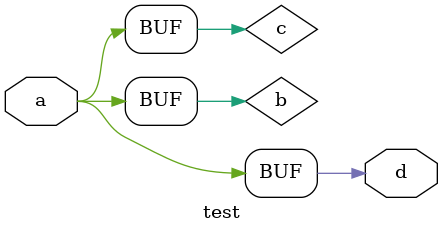
<source format=v>
module test (a, d);
input a;
output d;
reg b, d;
wire c;
always @(a or c)
begin
b = a;
d = c;
end
assign c = a & b;
endmodule


</source>
